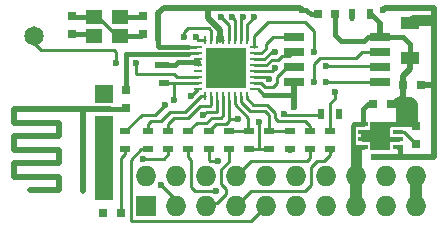
<source format=gbr>
G04 #@! TF.FileFunction,Copper,L1,Top,Signal*
%FSLAX46Y46*%
G04 Gerber Fmt 4.6, Leading zero omitted, Abs format (unit mm)*
G04 Created by KiCad (PCBNEW 4.0.6-e0-6349~53~ubuntu16.04.1) date Sun Jul  2 22:52:24 2017*
%MOMM*%
%LPD*%
G01*
G04 APERTURE LIST*
%ADD10C,0.100000*%
%ADD11C,0.508000*%
%ADD12R,1.400000X1.200000*%
%ADD13R,0.750000X0.800000*%
%ADD14R,0.800000X0.750000*%
%ADD15R,1.600000X1.000000*%
%ADD16R,0.797560X0.797560*%
%ADD17R,1.727200X1.727200*%
%ADD18O,1.727200X1.727200*%
%ADD19R,0.900000X0.500000*%
%ADD20R,0.500000X0.900000*%
%ADD21R,0.812800X0.381000*%
%ADD22R,1.651000X2.387600*%
%ADD23R,0.700000X0.250000*%
%ADD24R,0.250000X0.700000*%
%ADD25R,1.725000X1.725000*%
%ADD26R,1.700000X0.650000*%
%ADD27C,0.381000*%
%ADD28C,1.651000*%
%ADD29R,1.524000X1.524000*%
%ADD30R,1.524000X7.112000*%
%ADD31C,0.508000*%
%ADD32C,0.600000*%
%ADD33C,1.000000*%
%ADD34C,0.400000*%
%ADD35C,0.500000*%
%ADD36C,0.250000*%
G04 APERTURE END LIST*
D10*
D11*
X113157000Y-83312000D02*
X110744000Y-83312000D01*
X109347000Y-76454000D02*
X117475000Y-76454000D01*
X115189000Y-83388200D02*
X115189000Y-76454000D01*
X113157000Y-82169000D02*
X113157000Y-83312000D01*
X113157000Y-82169000D02*
X109347000Y-82169000D01*
X109347000Y-81026000D02*
X109347000Y-82169000D01*
X109347000Y-81026000D02*
X113157000Y-81026000D01*
X113157000Y-79883000D02*
X113157000Y-81026000D01*
X113157000Y-79883000D02*
X109347000Y-79883000D01*
X109347000Y-78740000D02*
X109347000Y-79883000D01*
X109347000Y-78740000D02*
X113157000Y-78740000D01*
X113157000Y-77597000D02*
X113157000Y-78740000D01*
X113157000Y-77597000D02*
X109347000Y-77597000D01*
X109347000Y-76454000D02*
X109347000Y-77597000D01*
D12*
X118384500Y-68669000D03*
X116184500Y-68669000D03*
X118384500Y-70269000D03*
X116184500Y-70269000D03*
D13*
X118872000Y-76315000D03*
X118872000Y-74815000D03*
D14*
X139775500Y-76009500D03*
X141275500Y-76009500D03*
D13*
X143446500Y-79363000D03*
X143446500Y-77863000D03*
D15*
X142938500Y-69112000D03*
X142938500Y-72112000D03*
D13*
X120269000Y-68592000D03*
X120269000Y-70092000D03*
X114300000Y-70092000D03*
X114300000Y-68592000D03*
D14*
X135076500Y-68389500D03*
X136576500Y-68389500D03*
X143815500Y-74422000D03*
X142315500Y-74422000D03*
D16*
X118414800Y-85217000D03*
X116916200Y-85217000D03*
D17*
X120586500Y-84645500D03*
D18*
X120586500Y-82105500D03*
X123126500Y-84645500D03*
X123126500Y-82105500D03*
X125666500Y-84645500D03*
X125666500Y-82105500D03*
X128206500Y-84645500D03*
X128206500Y-82105500D03*
X130746500Y-84645500D03*
X130746500Y-82105500D03*
X133286500Y-84645500D03*
X133286500Y-82105500D03*
X135826500Y-84645500D03*
X135826500Y-82105500D03*
X138366500Y-84645500D03*
X138366500Y-82105500D03*
X140906500Y-84645500D03*
X140906500Y-82105500D03*
X143446500Y-84645500D03*
X143446500Y-82105500D03*
D19*
X127571500Y-79807500D03*
X127571500Y-78307500D03*
X136144000Y-79807500D03*
X136144000Y-78307500D03*
X120713500Y-79807500D03*
X120713500Y-78307500D03*
X122428000Y-79807500D03*
X122428000Y-78307500D03*
X118808500Y-79807500D03*
X118808500Y-78307500D03*
X132715000Y-78307500D03*
X132715000Y-79807500D03*
X134429500Y-78307500D03*
X134429500Y-79807500D03*
X125857000Y-78307500D03*
X125857000Y-79807500D03*
X124142500Y-78307500D03*
X124142500Y-79807500D03*
X122047000Y-74219500D03*
X122047000Y-72719500D03*
D20*
X137997500Y-68389500D03*
X139497500Y-68389500D03*
X136894000Y-76835000D03*
X135394000Y-76835000D03*
D19*
X129286000Y-79807500D03*
X129286000Y-78307500D03*
X131000500Y-79807500D03*
X131000500Y-78307500D03*
D21*
X141871700Y-79641700D03*
X141871700Y-79006700D03*
X141871700Y-78346300D03*
X141871700Y-77711300D03*
X138925300Y-77711300D03*
X138925300Y-78346300D03*
X138925300Y-79006700D03*
X138925300Y-79641700D03*
D22*
X140398500Y-78676500D03*
D23*
X124917500Y-71211500D03*
X124917500Y-71711500D03*
X124917500Y-72211500D03*
X124917500Y-72711500D03*
X124917500Y-73211500D03*
X124917500Y-73711500D03*
X124917500Y-74211500D03*
X124917500Y-74711500D03*
D24*
X125567500Y-75361500D03*
X126067500Y-75361500D03*
X126567500Y-75361500D03*
X127067500Y-75361500D03*
X127567500Y-75361500D03*
X128067500Y-75361500D03*
X128567500Y-75361500D03*
X129067500Y-75361500D03*
D23*
X129717500Y-74711500D03*
X129717500Y-74211500D03*
X129717500Y-73711500D03*
X129717500Y-73211500D03*
X129717500Y-72711500D03*
X129717500Y-72211500D03*
X129717500Y-71711500D03*
X129717500Y-71211500D03*
D24*
X129067500Y-70561500D03*
X128567500Y-70561500D03*
X128067500Y-70561500D03*
X127567500Y-70561500D03*
X127067500Y-70561500D03*
X126567500Y-70561500D03*
X126067500Y-70561500D03*
X125567500Y-70561500D03*
D25*
X128180000Y-73824000D03*
X128180000Y-72099000D03*
X126455000Y-73824000D03*
X126455000Y-72099000D03*
D26*
X140365500Y-74104500D03*
X140365500Y-72834500D03*
X140365500Y-71564500D03*
X140365500Y-70294500D03*
X133065500Y-70294500D03*
X133065500Y-71564500D03*
X133065500Y-72834500D03*
X133065500Y-74104500D03*
D27*
X140017500Y-77914500D03*
X140779500Y-77914500D03*
X140017500Y-78676500D03*
X140779500Y-78676500D03*
X140017500Y-79438500D03*
X140779500Y-79438500D03*
X126174500Y-71818500D03*
X126936500Y-71818500D03*
X127698500Y-71818500D03*
X128460500Y-71818500D03*
X126174500Y-72580500D03*
X126174500Y-73342500D03*
X126174500Y-74104500D03*
X126936500Y-72580500D03*
X127698500Y-72580500D03*
X128460500Y-72580500D03*
X126936500Y-73342500D03*
X127698500Y-73342500D03*
X128460500Y-73342500D03*
X126936500Y-74104500D03*
X127698500Y-74104500D03*
X128460500Y-74104500D03*
X142748000Y-76644500D03*
D28*
X111061500Y-70231000D03*
D27*
X117348000Y-75450700D03*
X116586000Y-78955900D03*
X116586000Y-79717900D03*
X116586000Y-80479900D03*
X116586000Y-81241900D03*
X116586000Y-82003900D03*
X116586000Y-82765900D03*
X116586000Y-83527900D03*
X116586000Y-74803000D03*
X116586000Y-75463400D03*
X116586000Y-78168500D03*
X117348000Y-77406500D03*
X116586000Y-77406500D03*
X115189000Y-83375500D03*
D29*
X116967000Y-75120500D03*
D30*
X116967000Y-80581500D03*
D31*
X117475000Y-76454000D03*
D27*
X116967000Y-85217000D03*
X120269000Y-68580000D03*
X114300000Y-70104000D03*
X118364000Y-70294500D03*
X140335000Y-70294500D03*
X142938500Y-72136000D03*
X136906000Y-76835000D03*
X137985500Y-68770500D03*
X132715000Y-80010000D03*
D32*
X121602500Y-72707500D03*
X121602500Y-70358000D03*
X133096000Y-76263500D03*
X130111500Y-77533500D03*
X139827000Y-80518000D03*
X125412500Y-76962000D03*
X133731000Y-68008500D03*
X140652500Y-68008500D03*
X127825500Y-68643500D03*
X126873000Y-68643500D03*
X122936000Y-75692000D03*
X128778000Y-68643500D03*
X121856500Y-82867500D03*
X129730500Y-68643500D03*
X122174000Y-76073000D03*
X126619000Y-80835500D03*
X120269000Y-80645000D03*
X126492000Y-83375500D03*
X124777500Y-70358000D03*
X124333000Y-75311000D03*
X118046500Y-72517000D03*
X119697500Y-72517000D03*
X136525000Y-74993500D03*
X134747000Y-71628000D03*
X128333500Y-77279500D03*
X132207000Y-76835000D03*
X123761500Y-70358000D03*
X130937000Y-73914000D03*
X134810500Y-74168000D03*
X131445000Y-72961500D03*
X135763000Y-74168000D03*
X135763000Y-72771000D03*
X131445000Y-71564500D03*
D33*
X143446500Y-84645500D02*
X143446500Y-82105500D01*
D34*
X142494000Y-77711300D02*
X142494000Y-76390500D01*
X142494000Y-76390500D02*
X142938500Y-75946000D01*
D35*
X142303500Y-75946000D02*
X142303500Y-77343000D01*
X142315500Y-74422000D02*
X142315500Y-75426000D01*
D33*
X143065500Y-76073000D02*
X142938500Y-75946000D01*
D34*
X142303500Y-77343000D02*
X143065500Y-77343000D01*
D33*
X143065500Y-76073000D02*
X143065500Y-77343000D01*
X142938500Y-75946000D02*
X142303500Y-75946000D01*
X142303500Y-75946000D02*
X141986000Y-75946000D01*
D35*
X141986000Y-75755500D02*
X141986000Y-75946000D01*
X142315500Y-75426000D02*
X141986000Y-75755500D01*
X142315500Y-74422000D02*
X142315500Y-73648000D01*
X142938500Y-73025000D02*
X142938500Y-72112000D01*
X142315500Y-73648000D02*
X142938500Y-73025000D01*
D34*
X140365500Y-70294500D02*
X142303500Y-70294500D01*
X142938500Y-70929500D02*
X142938500Y-72112000D01*
X142303500Y-70294500D02*
X142938500Y-70929500D01*
X139497500Y-68389500D02*
X139573000Y-68389500D01*
X139573000Y-68389500D02*
X140365500Y-69182000D01*
D35*
X140365500Y-70294500D02*
X140365500Y-69182000D01*
D34*
X116184500Y-68669000D02*
X114377000Y-68669000D01*
X114377000Y-68669000D02*
X114300000Y-68592000D01*
X118384500Y-70269000D02*
X120092000Y-70269000D01*
X120092000Y-70269000D02*
X120269000Y-70092000D01*
D36*
X116184500Y-68669000D02*
X116484500Y-68669000D01*
X116484500Y-68669000D02*
X118084500Y-70269000D01*
X118084500Y-70269000D02*
X118384500Y-70269000D01*
X114377000Y-68669000D02*
X114300000Y-68592000D01*
X120092000Y-70269000D02*
X120269000Y-70092000D01*
D34*
X136576500Y-68389500D02*
X136576500Y-70155500D01*
X139382500Y-70294500D02*
X140365500Y-70294500D01*
X139001500Y-70675500D02*
X139382500Y-70294500D01*
X137096500Y-70675500D02*
X139001500Y-70675500D01*
X136576500Y-70155500D02*
X137096500Y-70675500D01*
D36*
X139497500Y-68389500D02*
X139497500Y-68504500D01*
X128180000Y-73824000D02*
X126455000Y-73824000D01*
X126455000Y-72099000D02*
X126455000Y-73824000D01*
X128180000Y-72099000D02*
X126455000Y-72099000D01*
X128079500Y-73787000D02*
X128116500Y-73824000D01*
D34*
X141871700Y-77343000D02*
X142303500Y-77343000D01*
X141871700Y-77711300D02*
X142494000Y-77711300D01*
X142494000Y-77711300D02*
X143294800Y-77711300D01*
X143294800Y-77711300D02*
X143446500Y-77863000D01*
X141871700Y-77711300D02*
X141871700Y-77343000D01*
X141871700Y-77343000D02*
X141871700Y-76276200D01*
X141871700Y-76276200D02*
X141605000Y-76009500D01*
X141605000Y-76009500D02*
X141275500Y-76009500D01*
X138925300Y-78676500D02*
X140398500Y-78676500D01*
X141871700Y-77711300D02*
X141236700Y-77711300D01*
X141236700Y-77711300D02*
X140398500Y-78549500D01*
X140398500Y-78549500D02*
X140398500Y-78676500D01*
X138925300Y-78346300D02*
X138925300Y-78676500D01*
X138925300Y-78676500D02*
X138925300Y-79006700D01*
X138925300Y-78346300D02*
X140068300Y-78346300D01*
X140068300Y-78346300D02*
X140398500Y-78676500D01*
X138925300Y-79006700D02*
X140068300Y-79006700D01*
X140068300Y-79006700D02*
X140398500Y-78676500D01*
X141871700Y-79006700D02*
X140728700Y-79006700D01*
X140728700Y-79006700D02*
X140398500Y-78676500D01*
D36*
X143294800Y-77711300D02*
X143446500Y-77863000D01*
D34*
X139814300Y-79387700D02*
X140144500Y-79057500D01*
X139814300Y-78727300D02*
X140144500Y-79057500D01*
X140982700Y-78092300D02*
X140144500Y-78930500D01*
X140144500Y-78930500D02*
X140144500Y-79057500D01*
D35*
X140144500Y-78994000D02*
X140144500Y-79057500D01*
D36*
X128116500Y-73824000D02*
X128180000Y-73824000D01*
X117475000Y-76454000D02*
X115189000Y-76454000D01*
X115189000Y-76454000D02*
X115189000Y-83375500D01*
D34*
X117475000Y-76454000D02*
X118733000Y-76454000D01*
X118733000Y-76454000D02*
X118872000Y-76315000D01*
X138925300Y-77711300D02*
X138188700Y-77711300D01*
X138049000Y-77851000D02*
X138049000Y-79946500D01*
X138188700Y-77711300D02*
X138049000Y-77851000D01*
X138925300Y-77711300D02*
X138925300Y-76466700D01*
X138925300Y-76466700D02*
X139382500Y-76009500D01*
X139382500Y-76009500D02*
X139775500Y-76009500D01*
X138430000Y-79692500D02*
X138303000Y-79692500D01*
X138303000Y-79692500D02*
X138049000Y-79946500D01*
X138049000Y-79946500D02*
X138049000Y-81788000D01*
X138049000Y-81788000D02*
X138366500Y-82105500D01*
X138366500Y-79692500D02*
X138430000Y-79692500D01*
X138620500Y-79883000D02*
X138620500Y-81851500D01*
X138430000Y-79692500D02*
X138620500Y-79883000D01*
X138620500Y-81851500D02*
X138366500Y-82105500D01*
X138366500Y-79641700D02*
X138366500Y-79692500D01*
X138366500Y-79692500D02*
X138366500Y-82105500D01*
X138925300Y-79641700D02*
X138366500Y-79641700D01*
X138747500Y-81724500D02*
X138366500Y-82105500D01*
X138112500Y-81851500D02*
X138366500Y-82105500D01*
X138366500Y-82105500D02*
X138366500Y-81534000D01*
D33*
X138366500Y-82105500D02*
X138366500Y-84645500D01*
D36*
X141871700Y-78346300D02*
X142417800Y-78346300D01*
X142417800Y-78346300D02*
X143434500Y-79363000D01*
X143434500Y-79363000D02*
X143446500Y-79363000D01*
D35*
X126809500Y-70561500D02*
X126809500Y-69723000D01*
X125793500Y-68707000D02*
X125793500Y-67881500D01*
X126809500Y-69723000D02*
X125793500Y-68707000D01*
X121602500Y-72707500D02*
X121614500Y-72719500D01*
D34*
X133065500Y-75247500D02*
X130556000Y-75247500D01*
D36*
X130556000Y-75247500D02*
X130020000Y-74711500D01*
D34*
X133065500Y-75247500D02*
X132969000Y-75247500D01*
X132969000Y-75247500D02*
X133065500Y-75247500D01*
D35*
X133065500Y-74104500D02*
X133065500Y-75247500D01*
X133065500Y-75247500D02*
X133065500Y-76233000D01*
X133065500Y-76233000D02*
X133096000Y-76263500D01*
D36*
X130111500Y-79807500D02*
X130111500Y-77533500D01*
D35*
X139827000Y-80518000D02*
X142049500Y-80518000D01*
D36*
X126567500Y-76632500D02*
X126555500Y-76644500D01*
X126567500Y-76632500D02*
X126567500Y-75679000D01*
X125730000Y-76644500D02*
X125412500Y-76962000D01*
X126555500Y-76644500D02*
X125730000Y-76644500D01*
D35*
X121614500Y-72719500D02*
X122047000Y-72719500D01*
D36*
X124792502Y-71136500D02*
X124079000Y-71136500D01*
D34*
X121602500Y-71120000D02*
X121619000Y-71136500D01*
X121619000Y-71136500D02*
X124079000Y-71136500D01*
X121602500Y-71120000D02*
X121602500Y-70612000D01*
D35*
X143815500Y-74422000D02*
X144970500Y-74422000D01*
X142938500Y-69112000D02*
X142938500Y-68897500D01*
X142938500Y-68897500D02*
X143129000Y-68707000D01*
X143129000Y-68707000D02*
X144970500Y-68707000D01*
X142938500Y-69112000D02*
X144946500Y-69112000D01*
X144946500Y-69112000D02*
X144970500Y-69088000D01*
X122110500Y-72707500D02*
X122098500Y-72719500D01*
X126809500Y-67881500D02*
X125793500Y-67881500D01*
X133731000Y-68008500D02*
X133604000Y-67881500D01*
X133604000Y-67881500D02*
X126809500Y-67881500D01*
X125793500Y-67881500D02*
X122047000Y-67881500D01*
X121602500Y-68326000D02*
X121602500Y-70358000D01*
X122047000Y-67881500D02*
X121602500Y-68326000D01*
X121602500Y-70358000D02*
X121602500Y-70612000D01*
X122098500Y-72719500D02*
X122047000Y-72719500D01*
D34*
X124917500Y-72453500D02*
X123253500Y-72453500D01*
X123253500Y-72453500D02*
X122987500Y-72719500D01*
X122987500Y-72719500D02*
X122047000Y-72719500D01*
D36*
X124917500Y-72211500D02*
X124917500Y-72453500D01*
X124917500Y-72453500D02*
X124917500Y-72711500D01*
D34*
X141871700Y-79641700D02*
X141935200Y-79641700D01*
X141935200Y-79641700D02*
X142049500Y-79756000D01*
X142049500Y-79756000D02*
X142049500Y-80518000D01*
D35*
X142049500Y-80518000D02*
X144907000Y-80518000D01*
X144907000Y-80518000D02*
X144970500Y-80454500D01*
X144970500Y-80454500D02*
X144970500Y-74422000D01*
X144970500Y-74422000D02*
X144970500Y-69088000D01*
D34*
X133731000Y-68008500D02*
X134112000Y-68008500D01*
X134493000Y-68389500D02*
X135076500Y-68389500D01*
X134112000Y-68008500D02*
X134493000Y-68389500D01*
D35*
X144970500Y-67881500D02*
X140779500Y-67881500D01*
X144970500Y-69088000D02*
X144970500Y-68707000D01*
X144970500Y-68707000D02*
X144970500Y-67881500D01*
X140779500Y-67881500D02*
X140652500Y-68008500D01*
D34*
X133065500Y-74104500D02*
X132842000Y-74104500D01*
D36*
X132524500Y-74104500D02*
X133065500Y-74104500D01*
D34*
X141871700Y-79641700D02*
X141871700Y-79679800D01*
D36*
X126567500Y-70561500D02*
X126809500Y-70561500D01*
X126809500Y-70561500D02*
X127067500Y-70561500D01*
X129286000Y-79807500D02*
X130111500Y-79807500D01*
X130111500Y-79807500D02*
X131000500Y-79807500D01*
X128067500Y-68885500D02*
X127825500Y-68643500D01*
X128067500Y-70561500D02*
X128067500Y-68885500D01*
D34*
X118384500Y-68669000D02*
X120192000Y-68669000D01*
X120192000Y-68669000D02*
X120269000Y-68592000D01*
D36*
X120192000Y-68669000D02*
X120269000Y-68592000D01*
X127567500Y-70561500D02*
X127567500Y-69338000D01*
X127567500Y-69338000D02*
X126873000Y-68643500D01*
D34*
X114300000Y-70092000D02*
X116007500Y-70092000D01*
X116007500Y-70092000D02*
X116184500Y-70269000D01*
D36*
X116007500Y-70092000D02*
X116184500Y-70269000D01*
D34*
X124142500Y-71736502D02*
X118890498Y-71736502D01*
D36*
X124142500Y-71661502D02*
X124142500Y-71736502D01*
X124192498Y-71711500D02*
X124142500Y-71661502D01*
X124917500Y-71711500D02*
X124192498Y-71711500D01*
D34*
X118872000Y-71755000D02*
X118872000Y-74815000D01*
X118890498Y-71736502D02*
X118872000Y-71755000D01*
D36*
X118414800Y-85217000D02*
X118414800Y-80594200D01*
X118808500Y-80200500D02*
X118808500Y-79807500D01*
X118414800Y-80594200D02*
X118808500Y-80200500D01*
X118808500Y-79807500D02*
X118808500Y-79819500D01*
X122936000Y-75692000D02*
X122936000Y-74231500D01*
X122936000Y-74231500D02*
X122936000Y-74219500D01*
X122936000Y-74219500D02*
X122936000Y-74231500D01*
X122936000Y-74231500D02*
X122936000Y-74219500D01*
X122047000Y-74219500D02*
X122936000Y-74219500D01*
X122936000Y-74219500D02*
X124909500Y-74219500D01*
X124909500Y-74219500D02*
X124917500Y-74211500D01*
X128567500Y-70561500D02*
X128567500Y-68854000D01*
X128567500Y-68854000D02*
X128778000Y-68643500D01*
X123126500Y-84137500D02*
X121856500Y-82867500D01*
X129067500Y-69306500D02*
X129730500Y-68643500D01*
X129067500Y-69306500D02*
X129067500Y-70561500D01*
X123126500Y-84645500D02*
X123126500Y-84137500D01*
X120586500Y-76898500D02*
X120217500Y-76898500D01*
X120586500Y-76898500D02*
X121348500Y-76898500D01*
X121348500Y-76898500D02*
X122174000Y-76073000D01*
X120217500Y-76898500D02*
X118808500Y-78307500D01*
X126746000Y-84201000D02*
X126555500Y-84391500D01*
X126936500Y-82804000D02*
X126936500Y-81534000D01*
X126936500Y-82804000D02*
X127317500Y-83185000D01*
X127317500Y-83185000D02*
X127317500Y-83629500D01*
X127571500Y-79807500D02*
X127571500Y-80899000D01*
X126936500Y-81534000D02*
X127571500Y-80899000D01*
X127317500Y-83629500D02*
X126746000Y-84201000D01*
X126555500Y-84391500D02*
X125920500Y-84391500D01*
X125920500Y-84391500D02*
X125666500Y-84645500D01*
X134048500Y-83375500D02*
X129476500Y-83375500D01*
X134048500Y-83375500D02*
X134556500Y-82867500D01*
X134556500Y-82867500D02*
X134556500Y-81343500D01*
X134556500Y-81343500D02*
X135064500Y-80835500D01*
X135064500Y-80835500D02*
X135636000Y-80835500D01*
X135636000Y-80835500D02*
X136144000Y-80327500D01*
X136144000Y-79807500D02*
X136144000Y-80327500D01*
X129476500Y-83375500D02*
X128206500Y-84645500D01*
X136283000Y-79946500D02*
X136144000Y-79807500D01*
X136271000Y-79934500D02*
X136144000Y-79807500D01*
X129476500Y-80835500D02*
X134175500Y-80835500D01*
X128206500Y-82105500D02*
X129476500Y-80835500D01*
X134429500Y-80581500D02*
X134429500Y-79807500D01*
X134175500Y-80835500D02*
X134429500Y-80581500D01*
X119253000Y-85915500D02*
X119253000Y-80708500D01*
X130746500Y-84645500D02*
X129476500Y-85915500D01*
X119253000Y-85915500D02*
X129476500Y-85915500D01*
X120154000Y-79807500D02*
X120713500Y-79807500D01*
X119253000Y-80708500D02*
X120154000Y-79807500D01*
X125857000Y-80708500D02*
X125857000Y-79807500D01*
X125984000Y-80835500D02*
X125857000Y-80708500D01*
X126619000Y-80835500D02*
X125984000Y-80835500D01*
X125793500Y-79871000D02*
X125857000Y-79807500D01*
X122428000Y-80264000D02*
X122428000Y-79807500D01*
X122047000Y-80645000D02*
X122428000Y-80264000D01*
X120269000Y-80645000D02*
X122047000Y-80645000D01*
X124142500Y-79807500D02*
X124142500Y-80518000D01*
X124714000Y-83375500D02*
X124396500Y-83058000D01*
X124396500Y-83058000D02*
X124396500Y-80772000D01*
X126492000Y-83375500D02*
X124714000Y-83375500D01*
X124142500Y-80518000D02*
X124396500Y-80772000D01*
X124981000Y-70561500D02*
X125567500Y-70561500D01*
X124777500Y-70358000D02*
X124981000Y-70561500D01*
X124917500Y-74726500D02*
X124333000Y-75311000D01*
X124917500Y-74726500D02*
X124917500Y-74711500D01*
X111061500Y-70231000D02*
X111061500Y-70866000D01*
X111061500Y-70866000D02*
X111633000Y-71437500D01*
X119697500Y-73469500D02*
X119697500Y-72517000D01*
X123178000Y-73711500D02*
X122936000Y-73469500D01*
X122936000Y-73469500D02*
X119697500Y-73469500D01*
X117856000Y-71437500D02*
X111633000Y-71437500D01*
X123178000Y-73711500D02*
X124917500Y-73711500D01*
X118046500Y-71628000D02*
X117856000Y-71437500D01*
X118046500Y-72517000D02*
X118046500Y-71628000D01*
X128067500Y-75361500D02*
X128067500Y-75997500D01*
X129222500Y-77152500D02*
X129222500Y-78244000D01*
X128067500Y-75997500D02*
X129222500Y-77152500D01*
X129222500Y-78244000D02*
X129286000Y-78307500D01*
X127571500Y-78307500D02*
X129286000Y-78307500D01*
X136525000Y-74993500D02*
X136525000Y-75565000D01*
X136525000Y-75565000D02*
X136144000Y-75946000D01*
X136144000Y-75946000D02*
X136144000Y-78307500D01*
X134747000Y-69850000D02*
X134747000Y-71628000D01*
X133985000Y-69088000D02*
X134747000Y-69850000D01*
X129717500Y-70244000D02*
X129717500Y-71211500D01*
X130873500Y-69088000D02*
X133985000Y-69088000D01*
X129717500Y-70244000D02*
X130873500Y-69088000D01*
X125567500Y-75361500D02*
X125171500Y-75361500D01*
X120713500Y-77724000D02*
X120713500Y-78307500D01*
X120967500Y-77470000D02*
X120713500Y-77724000D01*
X121793000Y-77470000D02*
X120967500Y-77470000D01*
X122618500Y-76644500D02*
X121793000Y-77470000D01*
X123888500Y-76644500D02*
X122618500Y-76644500D01*
X125171500Y-75361500D02*
X123888500Y-76644500D01*
X126067500Y-75361500D02*
X126067500Y-76053000D01*
X122428000Y-77660500D02*
X122428000Y-78307500D01*
X122936000Y-77152500D02*
X122428000Y-77660500D01*
X124142500Y-77152500D02*
X122936000Y-77152500D01*
X125158500Y-76136500D02*
X124142500Y-77152500D01*
X125984000Y-76136500D02*
X125158500Y-76136500D01*
X126067500Y-76053000D02*
X125984000Y-76136500D01*
X128567500Y-75361500D02*
X128567500Y-75799000D01*
X130619500Y-76581000D02*
X131000500Y-76962000D01*
X131000500Y-76962000D02*
X131000500Y-78307500D01*
X129349500Y-76581000D02*
X130619500Y-76581000D01*
X128567500Y-75799000D02*
X129349500Y-76581000D01*
X131000500Y-78307500D02*
X132715000Y-78307500D01*
X134048500Y-77470000D02*
X131762500Y-77470000D01*
X134048500Y-77470000D02*
X134429500Y-77851000D01*
X134429500Y-78307500D02*
X134429500Y-77851000D01*
X130810000Y-76073000D02*
X129603500Y-76073000D01*
X131508500Y-76771500D02*
X130810000Y-76073000D01*
X131508500Y-77216000D02*
X131508500Y-76771500D01*
X131762500Y-77470000D02*
X131508500Y-77216000D01*
X129067500Y-75361500D02*
X129067500Y-75537000D01*
X129067500Y-75537000D02*
X129603500Y-76073000D01*
X132207000Y-76835000D02*
X132339502Y-76835000D01*
X127567500Y-77279500D02*
X128333500Y-77279500D01*
X132466502Y-76962000D02*
X135267000Y-76962000D01*
X132339502Y-76835000D02*
X132466502Y-76962000D01*
X135267000Y-76962000D02*
X135394000Y-76835000D01*
X127317500Y-77660500D02*
X126504000Y-77660500D01*
X127567500Y-77410500D02*
X127317500Y-77660500D01*
X127567500Y-77152500D02*
X127567500Y-77279500D01*
X127567500Y-77279500D02*
X127567500Y-77410500D01*
X126504000Y-77660500D02*
X125857000Y-78307500D01*
X127567500Y-75679000D02*
X127567500Y-77152500D01*
X127067500Y-75361500D02*
X127067500Y-76958000D01*
X124853000Y-77597000D02*
X124142500Y-78307500D01*
X125666500Y-77597000D02*
X124853000Y-77597000D01*
X126111000Y-77152500D02*
X125666500Y-77597000D01*
X126873000Y-77152500D02*
X126111000Y-77152500D01*
X127067500Y-76958000D02*
X126873000Y-77152500D01*
X126067500Y-69806500D02*
X125857000Y-69596000D01*
X125857000Y-69596000D02*
X124079000Y-69596000D01*
X124079000Y-69596000D02*
X123761500Y-69913500D01*
X123761500Y-69913500D02*
X123761500Y-70358000D01*
X126067500Y-70561500D02*
X126067500Y-69806500D01*
X129717500Y-74211500D02*
X130282000Y-74211500D01*
X131635500Y-73723500D02*
X132524500Y-72834500D01*
X131635500Y-74231500D02*
X131635500Y-73723500D01*
X131318000Y-74549000D02*
X131635500Y-74231500D01*
X130619500Y-74549000D02*
X131318000Y-74549000D01*
X130282000Y-74211500D02*
X130619500Y-74549000D01*
X132524500Y-72834500D02*
X133065500Y-72834500D01*
X134810500Y-74168000D02*
X134810500Y-72580500D01*
X134810500Y-72580500D02*
X135255000Y-72136000D01*
X138874500Y-71564500D02*
X140365500Y-71564500D01*
X138303000Y-72136000D02*
X138874500Y-71564500D01*
X135255000Y-72136000D02*
X138303000Y-72136000D01*
X130734500Y-73711500D02*
X130937000Y-73914000D01*
X129717500Y-73711500D02*
X130734500Y-73711500D01*
X131195000Y-73211500D02*
X131445000Y-72961500D01*
X129717500Y-73211500D02*
X131195000Y-73211500D01*
X135826500Y-74104500D02*
X140365500Y-74104500D01*
X135763000Y-74168000D02*
X135826500Y-74104500D01*
X129717500Y-72711500D02*
X130742500Y-72711500D01*
X132684500Y-71945500D02*
X133065500Y-71564500D01*
X132080000Y-71945500D02*
X132684500Y-71945500D01*
X131762500Y-72263000D02*
X132080000Y-71945500D01*
X131191000Y-72263000D02*
X131762500Y-72263000D01*
X130742500Y-72711500D02*
X131191000Y-72263000D01*
X129717500Y-72211500D02*
X130544000Y-72211500D01*
X135763000Y-72771000D02*
X140302000Y-72771000D01*
X131191000Y-71564500D02*
X131445000Y-71564500D01*
X130544000Y-72211500D02*
X131191000Y-71564500D01*
X140302000Y-72771000D02*
X140365500Y-72834500D01*
X129717500Y-71711500D02*
X130282000Y-71711500D01*
X131318000Y-70294500D02*
X133065500Y-70294500D01*
X130683000Y-70929500D02*
X131318000Y-70294500D01*
X130683000Y-71310500D02*
X130683000Y-70929500D01*
X130282000Y-71711500D02*
X130683000Y-71310500D01*
M02*

</source>
